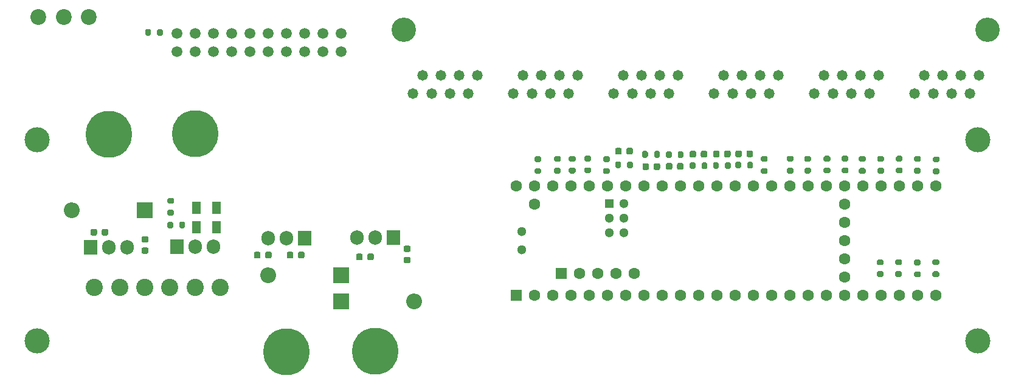
<source format=gbr>
%TF.GenerationSoftware,KiCad,Pcbnew,(5.1.10-1-10_14)*%
%TF.CreationDate,2021-11-09T17:04:18-05:00*%
%TF.ProjectId,TeensyBoardv2,5465656e-7379-4426-9f61-726476322e6b,v01*%
%TF.SameCoordinates,Original*%
%TF.FileFunction,Soldermask,Top*%
%TF.FilePolarity,Negative*%
%FSLAX46Y46*%
G04 Gerber Fmt 4.6, Leading zero omitted, Abs format (unit mm)*
G04 Created by KiCad (PCBNEW (5.1.10-1-10_14)) date 2021-11-09 17:04:18*
%MOMM*%
%LPD*%
G01*
G04 APERTURE LIST*
%ADD10C,1.478000*%
%ADD11C,3.400000*%
%ADD12C,2.200000*%
%ADD13C,1.300000*%
%ADD14C,1.600000*%
%ADD15R,1.300000X1.300000*%
%ADD16R,1.600000X1.600000*%
%ADD17R,2.200000X2.200000*%
%ADD18O,2.200000X2.200000*%
%ADD19R,1.230000X1.710000*%
%ADD20C,1.498600*%
%ADD21C,3.500000*%
%ADD22C,2.400000*%
%ADD23O,1.905000X2.000000*%
%ADD24R,1.905000X2.000000*%
%ADD25O,6.500000X6.500000*%
G04 APERTURE END LIST*
%TO.C,R14*%
G36*
G01*
X241675000Y-115455000D02*
X241125000Y-115455000D01*
G75*
G02*
X240925000Y-115255000I0J200000D01*
G01*
X240925000Y-114855000D01*
G75*
G02*
X241125000Y-114655000I200000J0D01*
G01*
X241675000Y-114655000D01*
G75*
G02*
X241875000Y-114855000I0J-200000D01*
G01*
X241875000Y-115255000D01*
G75*
G02*
X241675000Y-115455000I-200000J0D01*
G01*
G37*
G36*
G01*
X241675000Y-117105000D02*
X241125000Y-117105000D01*
G75*
G02*
X240925000Y-116905000I0J200000D01*
G01*
X240925000Y-116505000D01*
G75*
G02*
X241125000Y-116305000I200000J0D01*
G01*
X241675000Y-116305000D01*
G75*
G02*
X241875000Y-116505000I0J-200000D01*
G01*
X241875000Y-116905000D01*
G75*
G02*
X241675000Y-117105000I-200000J0D01*
G01*
G37*
%TD*%
%TO.C,R21*%
G36*
G01*
X225545000Y-101065000D02*
X224995000Y-101065000D01*
G75*
G02*
X224795000Y-100865000I0J200000D01*
G01*
X224795000Y-100465000D01*
G75*
G02*
X224995000Y-100265000I200000J0D01*
G01*
X225545000Y-100265000D01*
G75*
G02*
X225745000Y-100465000I0J-200000D01*
G01*
X225745000Y-100865000D01*
G75*
G02*
X225545000Y-101065000I-200000J0D01*
G01*
G37*
G36*
G01*
X225545000Y-102715000D02*
X224995000Y-102715000D01*
G75*
G02*
X224795000Y-102515000I0J200000D01*
G01*
X224795000Y-102115000D01*
G75*
G02*
X224995000Y-101915000I200000J0D01*
G01*
X225545000Y-101915000D01*
G75*
G02*
X225745000Y-102115000I0J-200000D01*
G01*
X225745000Y-102515000D01*
G75*
G02*
X225545000Y-102715000I-200000J0D01*
G01*
G37*
%TD*%
%TO.C,R22*%
G36*
G01*
X229145000Y-101025000D02*
X228595000Y-101025000D01*
G75*
G02*
X228395000Y-100825000I0J200000D01*
G01*
X228395000Y-100425000D01*
G75*
G02*
X228595000Y-100225000I200000J0D01*
G01*
X229145000Y-100225000D01*
G75*
G02*
X229345000Y-100425000I0J-200000D01*
G01*
X229345000Y-100825000D01*
G75*
G02*
X229145000Y-101025000I-200000J0D01*
G01*
G37*
G36*
G01*
X229145000Y-102675000D02*
X228595000Y-102675000D01*
G75*
G02*
X228395000Y-102475000I0J200000D01*
G01*
X228395000Y-102075000D01*
G75*
G02*
X228595000Y-101875000I200000J0D01*
G01*
X229145000Y-101875000D01*
G75*
G02*
X229345000Y-102075000I0J-200000D01*
G01*
X229345000Y-102475000D01*
G75*
G02*
X229145000Y-102675000I-200000J0D01*
G01*
G37*
%TD*%
%TO.C,R24*%
G36*
G01*
X234275000Y-101005000D02*
X233725000Y-101005000D01*
G75*
G02*
X233525000Y-100805000I0J200000D01*
G01*
X233525000Y-100405000D01*
G75*
G02*
X233725000Y-100205000I200000J0D01*
G01*
X234275000Y-100205000D01*
G75*
G02*
X234475000Y-100405000I0J-200000D01*
G01*
X234475000Y-100805000D01*
G75*
G02*
X234275000Y-101005000I-200000J0D01*
G01*
G37*
G36*
G01*
X234275000Y-102655000D02*
X233725000Y-102655000D01*
G75*
G02*
X233525000Y-102455000I0J200000D01*
G01*
X233525000Y-102055000D01*
G75*
G02*
X233725000Y-101855000I200000J0D01*
G01*
X234275000Y-101855000D01*
G75*
G02*
X234475000Y-102055000I0J-200000D01*
G01*
X234475000Y-102455000D01*
G75*
G02*
X234275000Y-102655000I-200000J0D01*
G01*
G37*
%TD*%
%TO.C,R28*%
G36*
G01*
X249475000Y-101125000D02*
X248925000Y-101125000D01*
G75*
G02*
X248725000Y-100925000I0J200000D01*
G01*
X248725000Y-100525000D01*
G75*
G02*
X248925000Y-100325000I200000J0D01*
G01*
X249475000Y-100325000D01*
G75*
G02*
X249675000Y-100525000I0J-200000D01*
G01*
X249675000Y-100925000D01*
G75*
G02*
X249475000Y-101125000I-200000J0D01*
G01*
G37*
G36*
G01*
X249475000Y-102775000D02*
X248925000Y-102775000D01*
G75*
G02*
X248725000Y-102575000I0J200000D01*
G01*
X248725000Y-102175000D01*
G75*
G02*
X248925000Y-101975000I200000J0D01*
G01*
X249475000Y-101975000D01*
G75*
G02*
X249675000Y-102175000I0J-200000D01*
G01*
X249675000Y-102575000D01*
G75*
G02*
X249475000Y-102775000I-200000J0D01*
G01*
G37*
%TD*%
%TO.C,R27*%
G36*
G01*
X241755000Y-101045000D02*
X241205000Y-101045000D01*
G75*
G02*
X241005000Y-100845000I0J200000D01*
G01*
X241005000Y-100445000D01*
G75*
G02*
X241205000Y-100245000I200000J0D01*
G01*
X241755000Y-100245000D01*
G75*
G02*
X241955000Y-100445000I0J-200000D01*
G01*
X241955000Y-100845000D01*
G75*
G02*
X241755000Y-101045000I-200000J0D01*
G01*
G37*
G36*
G01*
X241755000Y-102695000D02*
X241205000Y-102695000D01*
G75*
G02*
X241005000Y-102495000I0J200000D01*
G01*
X241005000Y-102095000D01*
G75*
G02*
X241205000Y-101895000I200000J0D01*
G01*
X241755000Y-101895000D01*
G75*
G02*
X241955000Y-102095000I0J-200000D01*
G01*
X241955000Y-102495000D01*
G75*
G02*
X241755000Y-102695000I-200000J0D01*
G01*
G37*
%TD*%
%TO.C,R26*%
G36*
G01*
X239195000Y-101055000D02*
X238645000Y-101055000D01*
G75*
G02*
X238445000Y-100855000I0J200000D01*
G01*
X238445000Y-100455000D01*
G75*
G02*
X238645000Y-100255000I200000J0D01*
G01*
X239195000Y-100255000D01*
G75*
G02*
X239395000Y-100455000I0J-200000D01*
G01*
X239395000Y-100855000D01*
G75*
G02*
X239195000Y-101055000I-200000J0D01*
G01*
G37*
G36*
G01*
X239195000Y-102705000D02*
X238645000Y-102705000D01*
G75*
G02*
X238445000Y-102505000I0J200000D01*
G01*
X238445000Y-102105000D01*
G75*
G02*
X238645000Y-101905000I200000J0D01*
G01*
X239195000Y-101905000D01*
G75*
G02*
X239395000Y-102105000I0J-200000D01*
G01*
X239395000Y-102505000D01*
G75*
G02*
X239195000Y-102705000I-200000J0D01*
G01*
G37*
%TD*%
%TO.C,R25*%
G36*
G01*
X236795000Y-101005000D02*
X236245000Y-101005000D01*
G75*
G02*
X236045000Y-100805000I0J200000D01*
G01*
X236045000Y-100405000D01*
G75*
G02*
X236245000Y-100205000I200000J0D01*
G01*
X236795000Y-100205000D01*
G75*
G02*
X236995000Y-100405000I0J-200000D01*
G01*
X236995000Y-100805000D01*
G75*
G02*
X236795000Y-101005000I-200000J0D01*
G01*
G37*
G36*
G01*
X236795000Y-102655000D02*
X236245000Y-102655000D01*
G75*
G02*
X236045000Y-102455000I0J200000D01*
G01*
X236045000Y-102055000D01*
G75*
G02*
X236245000Y-101855000I200000J0D01*
G01*
X236795000Y-101855000D01*
G75*
G02*
X236995000Y-102055000I0J-200000D01*
G01*
X236995000Y-102455000D01*
G75*
G02*
X236795000Y-102655000I-200000J0D01*
G01*
G37*
%TD*%
%TO.C,R23*%
G36*
G01*
X231585000Y-101025000D02*
X231035000Y-101025000D01*
G75*
G02*
X230835000Y-100825000I0J200000D01*
G01*
X230835000Y-100425000D01*
G75*
G02*
X231035000Y-100225000I200000J0D01*
G01*
X231585000Y-100225000D01*
G75*
G02*
X231785000Y-100425000I0J-200000D01*
G01*
X231785000Y-100825000D01*
G75*
G02*
X231585000Y-101025000I-200000J0D01*
G01*
G37*
G36*
G01*
X231585000Y-102675000D02*
X231035000Y-102675000D01*
G75*
G02*
X230835000Y-102475000I0J200000D01*
G01*
X230835000Y-102075000D01*
G75*
G02*
X231035000Y-101875000I200000J0D01*
G01*
X231585000Y-101875000D01*
G75*
G02*
X231785000Y-102075000I0J-200000D01*
G01*
X231785000Y-102475000D01*
G75*
G02*
X231585000Y-102675000I-200000J0D01*
G01*
G37*
%TD*%
%TO.C,R20*%
G36*
G01*
X203555000Y-101075000D02*
X203005000Y-101075000D01*
G75*
G02*
X202805000Y-100875000I0J200000D01*
G01*
X202805000Y-100475000D01*
G75*
G02*
X203005000Y-100275000I200000J0D01*
G01*
X203555000Y-100275000D01*
G75*
G02*
X203755000Y-100475000I0J-200000D01*
G01*
X203755000Y-100875000D01*
G75*
G02*
X203555000Y-101075000I-200000J0D01*
G01*
G37*
G36*
G01*
X203555000Y-102725000D02*
X203005000Y-102725000D01*
G75*
G02*
X202805000Y-102525000I0J200000D01*
G01*
X202805000Y-102125000D01*
G75*
G02*
X203005000Y-101925000I200000J0D01*
G01*
X203555000Y-101925000D01*
G75*
G02*
X203755000Y-102125000I0J-200000D01*
G01*
X203755000Y-102525000D01*
G75*
G02*
X203555000Y-102725000I-200000J0D01*
G01*
G37*
%TD*%
%TO.C,R19*%
G36*
G01*
X200955000Y-100985000D02*
X200405000Y-100985000D01*
G75*
G02*
X200205000Y-100785000I0J200000D01*
G01*
X200205000Y-100385000D01*
G75*
G02*
X200405000Y-100185000I200000J0D01*
G01*
X200955000Y-100185000D01*
G75*
G02*
X201155000Y-100385000I0J-200000D01*
G01*
X201155000Y-100785000D01*
G75*
G02*
X200955000Y-100985000I-200000J0D01*
G01*
G37*
G36*
G01*
X200955000Y-102635000D02*
X200405000Y-102635000D01*
G75*
G02*
X200205000Y-102435000I0J200000D01*
G01*
X200205000Y-102035000D01*
G75*
G02*
X200405000Y-101835000I200000J0D01*
G01*
X200955000Y-101835000D01*
G75*
G02*
X201155000Y-102035000I0J-200000D01*
G01*
X201155000Y-102435000D01*
G75*
G02*
X200955000Y-102635000I-200000J0D01*
G01*
G37*
%TD*%
%TO.C,R18*%
G36*
G01*
X198805000Y-101035000D02*
X198255000Y-101035000D01*
G75*
G02*
X198055000Y-100835000I0J200000D01*
G01*
X198055000Y-100435000D01*
G75*
G02*
X198255000Y-100235000I200000J0D01*
G01*
X198805000Y-100235000D01*
G75*
G02*
X199005000Y-100435000I0J-200000D01*
G01*
X199005000Y-100835000D01*
G75*
G02*
X198805000Y-101035000I-200000J0D01*
G01*
G37*
G36*
G01*
X198805000Y-102685000D02*
X198255000Y-102685000D01*
G75*
G02*
X198055000Y-102485000I0J200000D01*
G01*
X198055000Y-102085000D01*
G75*
G02*
X198255000Y-101885000I200000J0D01*
G01*
X198805000Y-101885000D01*
G75*
G02*
X199005000Y-102085000I0J-200000D01*
G01*
X199005000Y-102485000D01*
G75*
G02*
X198805000Y-102685000I-200000J0D01*
G01*
G37*
%TD*%
%TO.C,R17*%
G36*
G01*
X196745000Y-101045000D02*
X196195000Y-101045000D01*
G75*
G02*
X195995000Y-100845000I0J200000D01*
G01*
X195995000Y-100445000D01*
G75*
G02*
X196195000Y-100245000I200000J0D01*
G01*
X196745000Y-100245000D01*
G75*
G02*
X196945000Y-100445000I0J-200000D01*
G01*
X196945000Y-100845000D01*
G75*
G02*
X196745000Y-101045000I-200000J0D01*
G01*
G37*
G36*
G01*
X196745000Y-102695000D02*
X196195000Y-102695000D01*
G75*
G02*
X195995000Y-102495000I0J200000D01*
G01*
X195995000Y-102095000D01*
G75*
G02*
X196195000Y-101895000I200000J0D01*
G01*
X196745000Y-101895000D01*
G75*
G02*
X196945000Y-102095000I0J-200000D01*
G01*
X196945000Y-102495000D01*
G75*
G02*
X196745000Y-102695000I-200000J0D01*
G01*
G37*
%TD*%
%TO.C,R16*%
G36*
G01*
X246875000Y-115475000D02*
X246325000Y-115475000D01*
G75*
G02*
X246125000Y-115275000I0J200000D01*
G01*
X246125000Y-114875000D01*
G75*
G02*
X246325000Y-114675000I200000J0D01*
G01*
X246875000Y-114675000D01*
G75*
G02*
X247075000Y-114875000I0J-200000D01*
G01*
X247075000Y-115275000D01*
G75*
G02*
X246875000Y-115475000I-200000J0D01*
G01*
G37*
G36*
G01*
X246875000Y-117125000D02*
X246325000Y-117125000D01*
G75*
G02*
X246125000Y-116925000I0J200000D01*
G01*
X246125000Y-116525000D01*
G75*
G02*
X246325000Y-116325000I200000J0D01*
G01*
X246875000Y-116325000D01*
G75*
G02*
X247075000Y-116525000I0J-200000D01*
G01*
X247075000Y-116925000D01*
G75*
G02*
X246875000Y-117125000I-200000J0D01*
G01*
G37*
%TD*%
%TO.C,R15*%
G36*
G01*
X244255000Y-115445000D02*
X243705000Y-115445000D01*
G75*
G02*
X243505000Y-115245000I0J200000D01*
G01*
X243505000Y-114845000D01*
G75*
G02*
X243705000Y-114645000I200000J0D01*
G01*
X244255000Y-114645000D01*
G75*
G02*
X244455000Y-114845000I0J-200000D01*
G01*
X244455000Y-115245000D01*
G75*
G02*
X244255000Y-115445000I-200000J0D01*
G01*
G37*
G36*
G01*
X244255000Y-117095000D02*
X243705000Y-117095000D01*
G75*
G02*
X243505000Y-116895000I0J200000D01*
G01*
X243505000Y-116495000D01*
G75*
G02*
X243705000Y-116295000I200000J0D01*
G01*
X244255000Y-116295000D01*
G75*
G02*
X244455000Y-116495000I0J-200000D01*
G01*
X244455000Y-116895000D01*
G75*
G02*
X244255000Y-117095000I-200000J0D01*
G01*
G37*
%TD*%
D10*
%TO.C,P1*%
X182751000Y-89000000D03*
X180211000Y-89000000D03*
X177671000Y-89000000D03*
X181481000Y-91540000D03*
X184021000Y-91540000D03*
X178941000Y-91540000D03*
X176365000Y-91540000D03*
X185291000Y-89000000D03*
X199261000Y-89000000D03*
X191641000Y-89000000D03*
X196721000Y-89000000D03*
X195451000Y-91540000D03*
X190335000Y-91540000D03*
X194181000Y-89000000D03*
X192911000Y-91540000D03*
X197991000Y-91540000D03*
X213231000Y-89000000D03*
X205611000Y-89000000D03*
X210691000Y-89000000D03*
X209421000Y-91540000D03*
X204305000Y-91540000D03*
X208151000Y-89000000D03*
X206881000Y-91540000D03*
X211961000Y-91540000D03*
X220851000Y-91540000D03*
X219581000Y-89000000D03*
X218275000Y-91540000D03*
X224661000Y-89000000D03*
X222121000Y-89000000D03*
X227201000Y-89000000D03*
X223391000Y-91540000D03*
X225931000Y-91540000D03*
X239901000Y-91540000D03*
X238631000Y-89000000D03*
X236091000Y-89000000D03*
X241171000Y-89000000D03*
X237361000Y-91540000D03*
X234821000Y-91540000D03*
X233551000Y-89000000D03*
X232245000Y-91540000D03*
X255141000Y-89000000D03*
X251331000Y-91540000D03*
D11*
X256375000Y-82650000D03*
X175095000Y-82650000D03*
D10*
X248791000Y-91540000D03*
X247521000Y-89000000D03*
X246215000Y-91540000D03*
X253871000Y-91540000D03*
X252601000Y-89000000D03*
X250061000Y-89000000D03*
%TD*%
D12*
%TO.C,U7*%
X131230000Y-80850000D03*
X127730000Y-80850000D03*
X124230000Y-80850000D03*
%TD*%
%TO.C,R11*%
G36*
G01*
X249435000Y-115455000D02*
X248885000Y-115455000D01*
G75*
G02*
X248685000Y-115255000I0J200000D01*
G01*
X248685000Y-114855000D01*
G75*
G02*
X248885000Y-114655000I200000J0D01*
G01*
X249435000Y-114655000D01*
G75*
G02*
X249635000Y-114855000I0J-200000D01*
G01*
X249635000Y-115255000D01*
G75*
G02*
X249435000Y-115455000I-200000J0D01*
G01*
G37*
G36*
G01*
X249435000Y-117105000D02*
X248885000Y-117105000D01*
G75*
G02*
X248685000Y-116905000I0J200000D01*
G01*
X248685000Y-116505000D01*
G75*
G02*
X248885000Y-116305000I200000J0D01*
G01*
X249435000Y-116305000D01*
G75*
G02*
X249635000Y-116505000I0J-200000D01*
G01*
X249635000Y-116905000D01*
G75*
G02*
X249435000Y-117105000I-200000J0D01*
G01*
G37*
%TD*%
D13*
%TO.C,U1*%
X191464000Y-110800000D03*
X191464000Y-113340000D03*
D14*
X236454000Y-106990000D03*
X236454000Y-109530000D03*
X236454000Y-112070000D03*
X236454000Y-114610000D03*
X236454000Y-117150000D03*
D13*
X203704000Y-110888400D03*
X205704000Y-110888400D03*
X205704000Y-108888400D03*
X203704000Y-108888400D03*
X205704000Y-106888400D03*
D15*
X203704000Y-106888400D03*
D14*
X231374000Y-119690000D03*
X233914000Y-119690000D03*
X236454000Y-119690000D03*
X238994000Y-119690000D03*
X228834000Y-119690000D03*
X226294000Y-119690000D03*
X223754000Y-119690000D03*
X241534000Y-119690000D03*
X244074000Y-119690000D03*
X246614000Y-119690000D03*
X249154000Y-119690000D03*
X249154000Y-104450000D03*
X246614000Y-104450000D03*
X244074000Y-104450000D03*
X241534000Y-104450000D03*
X238994000Y-104450000D03*
X236454000Y-104450000D03*
X233914000Y-104450000D03*
X231374000Y-104450000D03*
X228834000Y-104450000D03*
X226294000Y-104450000D03*
X221214000Y-119690000D03*
X218674000Y-119690000D03*
X216134000Y-119690000D03*
X213594000Y-119690000D03*
X211054000Y-119690000D03*
X208514000Y-119690000D03*
X205974000Y-119690000D03*
X203434000Y-119690000D03*
X200894000Y-119690000D03*
X198354000Y-119690000D03*
X195814000Y-119690000D03*
X193274000Y-119690000D03*
D16*
X190734000Y-119690000D03*
D14*
X223754000Y-104450000D03*
X221214000Y-104450000D03*
X218674000Y-104450000D03*
X216134000Y-104450000D03*
X213594000Y-104450000D03*
X211054000Y-104450000D03*
X208514000Y-104450000D03*
X205974000Y-104450000D03*
X203434000Y-104450000D03*
X200894000Y-104450000D03*
X198354000Y-104450000D03*
X195814000Y-104450000D03*
X193274000Y-104450000D03*
X190734000Y-104450000D03*
D16*
X197033200Y-116639200D03*
D14*
X199573200Y-116639200D03*
X202113200Y-116639200D03*
X204653200Y-116639200D03*
X207193200Y-116639200D03*
X193274000Y-106990000D03*
%TD*%
%TO.C,R5*%
G36*
G01*
X194015000Y-102735000D02*
X193465000Y-102735000D01*
G75*
G02*
X193265000Y-102535000I0J200000D01*
G01*
X193265000Y-102135000D01*
G75*
G02*
X193465000Y-101935000I200000J0D01*
G01*
X194015000Y-101935000D01*
G75*
G02*
X194215000Y-102135000I0J-200000D01*
G01*
X194215000Y-102535000D01*
G75*
G02*
X194015000Y-102735000I-200000J0D01*
G01*
G37*
G36*
G01*
X194015000Y-101085000D02*
X193465000Y-101085000D01*
G75*
G02*
X193265000Y-100885000I0J200000D01*
G01*
X193265000Y-100485000D01*
G75*
G02*
X193465000Y-100285000I200000J0D01*
G01*
X194015000Y-100285000D01*
G75*
G02*
X194215000Y-100485000I0J-200000D01*
G01*
X194215000Y-100885000D01*
G75*
G02*
X194015000Y-101085000I-200000J0D01*
G01*
G37*
%TD*%
%TO.C,R6*%
G36*
G01*
X139865000Y-82725000D02*
X139865000Y-83275000D01*
G75*
G02*
X139665000Y-83475000I-200000J0D01*
G01*
X139265000Y-83475000D01*
G75*
G02*
X139065000Y-83275000I0J200000D01*
G01*
X139065000Y-82725000D01*
G75*
G02*
X139265000Y-82525000I200000J0D01*
G01*
X139665000Y-82525000D01*
G75*
G02*
X139865000Y-82725000I0J-200000D01*
G01*
G37*
G36*
G01*
X141515000Y-82725000D02*
X141515000Y-83275000D01*
G75*
G02*
X141315000Y-83475000I-200000J0D01*
G01*
X140915000Y-83475000D01*
G75*
G02*
X140715000Y-83275000I0J200000D01*
G01*
X140715000Y-82725000D01*
G75*
G02*
X140915000Y-82525000I200000J0D01*
G01*
X141315000Y-82525000D01*
G75*
G02*
X141515000Y-82725000I0J-200000D01*
G01*
G37*
%TD*%
%TO.C,C4*%
G36*
G01*
X175792000Y-113625000D02*
X175292000Y-113625000D01*
G75*
G02*
X175067000Y-113400000I0J225000D01*
G01*
X175067000Y-112950000D01*
G75*
G02*
X175292000Y-112725000I225000J0D01*
G01*
X175792000Y-112725000D01*
G75*
G02*
X176017000Y-112950000I0J-225000D01*
G01*
X176017000Y-113400000D01*
G75*
G02*
X175792000Y-113625000I-225000J0D01*
G01*
G37*
G36*
G01*
X175792000Y-115175000D02*
X175292000Y-115175000D01*
G75*
G02*
X175067000Y-114950000I0J225000D01*
G01*
X175067000Y-114500000D01*
G75*
G02*
X175292000Y-114275000I225000J0D01*
G01*
X175792000Y-114275000D01*
G75*
G02*
X176017000Y-114500000I0J-225000D01*
G01*
X176017000Y-114950000D01*
G75*
G02*
X175792000Y-115175000I-225000J0D01*
G01*
G37*
%TD*%
%TO.C,C1*%
G36*
G01*
X169347000Y-114050000D02*
X169347000Y-114550000D01*
G75*
G02*
X169122000Y-114775000I-225000J0D01*
G01*
X168672000Y-114775000D01*
G75*
G02*
X168447000Y-114550000I0J225000D01*
G01*
X168447000Y-114050000D01*
G75*
G02*
X168672000Y-113825000I225000J0D01*
G01*
X169122000Y-113825000D01*
G75*
G02*
X169347000Y-114050000I0J-225000D01*
G01*
G37*
G36*
G01*
X170897000Y-114050000D02*
X170897000Y-114550000D01*
G75*
G02*
X170672000Y-114775000I-225000J0D01*
G01*
X170222000Y-114775000D01*
G75*
G02*
X169997000Y-114550000I0J225000D01*
G01*
X169997000Y-114050000D01*
G75*
G02*
X170222000Y-113825000I225000J0D01*
G01*
X170672000Y-113825000D01*
G75*
G02*
X170897000Y-114050000I0J-225000D01*
G01*
G37*
%TD*%
D17*
%TO.C,D2*%
X166320000Y-120494000D03*
D18*
X176480000Y-120494000D03*
%TD*%
D19*
%TO.C,C6*%
X148972000Y-110186000D03*
X148972000Y-107486000D03*
%TD*%
%TO.C,C8*%
X146178000Y-107486000D03*
X146178000Y-110186000D03*
%TD*%
%TO.C,C2*%
G36*
G01*
X155123000Y-113796000D02*
X155123000Y-114296000D01*
G75*
G02*
X154898000Y-114521000I-225000J0D01*
G01*
X154448000Y-114521000D01*
G75*
G02*
X154223000Y-114296000I0J225000D01*
G01*
X154223000Y-113796000D01*
G75*
G02*
X154448000Y-113571000I225000J0D01*
G01*
X154898000Y-113571000D01*
G75*
G02*
X155123000Y-113796000I0J-225000D01*
G01*
G37*
G36*
G01*
X156673000Y-113796000D02*
X156673000Y-114296000D01*
G75*
G02*
X156448000Y-114521000I-225000J0D01*
G01*
X155998000Y-114521000D01*
G75*
G02*
X155773000Y-114296000I0J225000D01*
G01*
X155773000Y-113796000D01*
G75*
G02*
X155998000Y-113571000I225000J0D01*
G01*
X156448000Y-113571000D01*
G75*
G02*
X156673000Y-113796000I0J-225000D01*
G01*
G37*
%TD*%
%TO.C,C5*%
G36*
G01*
X160345000Y-114296000D02*
X160345000Y-113796000D01*
G75*
G02*
X160570000Y-113571000I225000J0D01*
G01*
X161020000Y-113571000D01*
G75*
G02*
X161245000Y-113796000I0J-225000D01*
G01*
X161245000Y-114296000D01*
G75*
G02*
X161020000Y-114521000I-225000J0D01*
G01*
X160570000Y-114521000D01*
G75*
G02*
X160345000Y-114296000I0J225000D01*
G01*
G37*
G36*
G01*
X158795000Y-114296000D02*
X158795000Y-113796000D01*
G75*
G02*
X159020000Y-113571000I225000J0D01*
G01*
X159470000Y-113571000D01*
G75*
G02*
X159695000Y-113796000I0J-225000D01*
G01*
X159695000Y-114296000D01*
G75*
G02*
X159470000Y-114521000I-225000J0D01*
G01*
X159020000Y-114521000D01*
G75*
G02*
X158795000Y-114296000I0J225000D01*
G01*
G37*
%TD*%
D18*
%TO.C,D1*%
X156210000Y-116840000D03*
D17*
X166370000Y-116840000D03*
%TD*%
%TO.C,R2*%
G36*
G01*
X142347000Y-107737000D02*
X142897000Y-107737000D01*
G75*
G02*
X143097000Y-107937000I0J-200000D01*
G01*
X143097000Y-108337000D01*
G75*
G02*
X142897000Y-108537000I-200000J0D01*
G01*
X142347000Y-108537000D01*
G75*
G02*
X142147000Y-108337000I0J200000D01*
G01*
X142147000Y-107937000D01*
G75*
G02*
X142347000Y-107737000I200000J0D01*
G01*
G37*
G36*
G01*
X142347000Y-106087000D02*
X142897000Y-106087000D01*
G75*
G02*
X143097000Y-106287000I0J-200000D01*
G01*
X143097000Y-106687000D01*
G75*
G02*
X142897000Y-106887000I-200000J0D01*
G01*
X142347000Y-106887000D01*
G75*
G02*
X142147000Y-106687000I0J200000D01*
G01*
X142147000Y-106287000D01*
G75*
G02*
X142347000Y-106087000I200000J0D01*
G01*
G37*
%TD*%
%TO.C,R4*%
G36*
G01*
X144609000Y-109577000D02*
X144609000Y-110127000D01*
G75*
G02*
X144409000Y-110327000I-200000J0D01*
G01*
X144009000Y-110327000D01*
G75*
G02*
X143809000Y-110127000I0J200000D01*
G01*
X143809000Y-109577000D01*
G75*
G02*
X144009000Y-109377000I200000J0D01*
G01*
X144409000Y-109377000D01*
G75*
G02*
X144609000Y-109577000I0J-200000D01*
G01*
G37*
G36*
G01*
X142959000Y-109577000D02*
X142959000Y-110127000D01*
G75*
G02*
X142759000Y-110327000I-200000J0D01*
G01*
X142359000Y-110327000D01*
G75*
G02*
X142159000Y-110127000I0J200000D01*
G01*
X142159000Y-109577000D01*
G75*
G02*
X142359000Y-109377000I200000J0D01*
G01*
X142759000Y-109377000D01*
G75*
G02*
X142959000Y-109577000I0J-200000D01*
G01*
G37*
%TD*%
%TO.C,C3*%
G36*
G01*
X204515000Y-99818000D02*
X204515000Y-99318000D01*
G75*
G02*
X204740000Y-99093000I225000J0D01*
G01*
X205190000Y-99093000D01*
G75*
G02*
X205415000Y-99318000I0J-225000D01*
G01*
X205415000Y-99818000D01*
G75*
G02*
X205190000Y-100043000I-225000J0D01*
G01*
X204740000Y-100043000D01*
G75*
G02*
X204515000Y-99818000I0J225000D01*
G01*
G37*
G36*
G01*
X206065000Y-99818000D02*
X206065000Y-99318000D01*
G75*
G02*
X206290000Y-99093000I225000J0D01*
G01*
X206740000Y-99093000D01*
G75*
G02*
X206965000Y-99318000I0J-225000D01*
G01*
X206965000Y-99818000D01*
G75*
G02*
X206740000Y-100043000I-225000J0D01*
G01*
X206290000Y-100043000D01*
G75*
G02*
X206065000Y-99818000I0J225000D01*
G01*
G37*
%TD*%
%TO.C,C7*%
G36*
G01*
X222139000Y-99688000D02*
X222139000Y-100188000D01*
G75*
G02*
X221914000Y-100413000I-225000J0D01*
G01*
X221464000Y-100413000D01*
G75*
G02*
X221239000Y-100188000I0J225000D01*
G01*
X221239000Y-99688000D01*
G75*
G02*
X221464000Y-99463000I225000J0D01*
G01*
X221914000Y-99463000D01*
G75*
G02*
X222139000Y-99688000I0J-225000D01*
G01*
G37*
G36*
G01*
X223689000Y-99688000D02*
X223689000Y-100188000D01*
G75*
G02*
X223464000Y-100413000I-225000J0D01*
G01*
X223014000Y-100413000D01*
G75*
G02*
X222789000Y-100188000I0J225000D01*
G01*
X222789000Y-99688000D01*
G75*
G02*
X223014000Y-99463000I225000J0D01*
G01*
X223464000Y-99463000D01*
G75*
G02*
X223689000Y-99688000I0J-225000D01*
G01*
G37*
%TD*%
%TO.C,C9*%
G36*
G01*
X210761000Y-101468000D02*
X210761000Y-101968000D01*
G75*
G02*
X210536000Y-102193000I-225000J0D01*
G01*
X210086000Y-102193000D01*
G75*
G02*
X209861000Y-101968000I0J225000D01*
G01*
X209861000Y-101468000D01*
G75*
G02*
X210086000Y-101243000I225000J0D01*
G01*
X210536000Y-101243000D01*
G75*
G02*
X210761000Y-101468000I0J-225000D01*
G01*
G37*
G36*
G01*
X209211000Y-101468000D02*
X209211000Y-101968000D01*
G75*
G02*
X208986000Y-102193000I-225000J0D01*
G01*
X208536000Y-102193000D01*
G75*
G02*
X208311000Y-101968000I0J225000D01*
G01*
X208311000Y-101468000D01*
G75*
G02*
X208536000Y-101243000I225000J0D01*
G01*
X208986000Y-101243000D01*
G75*
G02*
X209211000Y-101468000I0J-225000D01*
G01*
G37*
%TD*%
%TO.C,C10*%
G36*
G01*
X219031000Y-99708000D02*
X219031000Y-100208000D01*
G75*
G02*
X218806000Y-100433000I-225000J0D01*
G01*
X218356000Y-100433000D01*
G75*
G02*
X218131000Y-100208000I0J225000D01*
G01*
X218131000Y-99708000D01*
G75*
G02*
X218356000Y-99483000I225000J0D01*
G01*
X218806000Y-99483000D01*
G75*
G02*
X219031000Y-99708000I0J-225000D01*
G01*
G37*
G36*
G01*
X220581000Y-99708000D02*
X220581000Y-100208000D01*
G75*
G02*
X220356000Y-100433000I-225000J0D01*
G01*
X219906000Y-100433000D01*
G75*
G02*
X219681000Y-100208000I0J225000D01*
G01*
X219681000Y-99708000D01*
G75*
G02*
X219906000Y-99483000I225000J0D01*
G01*
X220356000Y-99483000D01*
G75*
G02*
X220581000Y-99708000I0J-225000D01*
G01*
G37*
%TD*%
%TO.C,C11*%
G36*
G01*
X214023000Y-101438000D02*
X214023000Y-101938000D01*
G75*
G02*
X213798000Y-102163000I-225000J0D01*
G01*
X213348000Y-102163000D01*
G75*
G02*
X213123000Y-101938000I0J225000D01*
G01*
X213123000Y-101438000D01*
G75*
G02*
X213348000Y-101213000I225000J0D01*
G01*
X213798000Y-101213000D01*
G75*
G02*
X214023000Y-101438000I0J-225000D01*
G01*
G37*
G36*
G01*
X212473000Y-101438000D02*
X212473000Y-101938000D01*
G75*
G02*
X212248000Y-102163000I-225000J0D01*
G01*
X211798000Y-102163000D01*
G75*
G02*
X211573000Y-101938000I0J225000D01*
G01*
X211573000Y-101438000D01*
G75*
G02*
X211798000Y-101213000I225000J0D01*
G01*
X212248000Y-101213000D01*
G75*
G02*
X212473000Y-101438000I0J-225000D01*
G01*
G37*
%TD*%
%TO.C,C12*%
G36*
G01*
X216429000Y-100238000D02*
X216429000Y-99738000D01*
G75*
G02*
X216654000Y-99513000I225000J0D01*
G01*
X217104000Y-99513000D01*
G75*
G02*
X217329000Y-99738000I0J-225000D01*
G01*
X217329000Y-100238000D01*
G75*
G02*
X217104000Y-100463000I-225000J0D01*
G01*
X216654000Y-100463000D01*
G75*
G02*
X216429000Y-100238000I0J225000D01*
G01*
G37*
G36*
G01*
X214879000Y-100238000D02*
X214879000Y-99738000D01*
G75*
G02*
X215104000Y-99513000I225000J0D01*
G01*
X215554000Y-99513000D01*
G75*
G02*
X215779000Y-99738000I0J-225000D01*
G01*
X215779000Y-100238000D01*
G75*
G02*
X215554000Y-100463000I-225000J0D01*
G01*
X215104000Y-100463000D01*
G75*
G02*
X214879000Y-100238000I0J225000D01*
G01*
G37*
%TD*%
%TO.C,R1*%
G36*
G01*
X206965000Y-101195000D02*
X206965000Y-101745000D01*
G75*
G02*
X206765000Y-101945000I-200000J0D01*
G01*
X206365000Y-101945000D01*
G75*
G02*
X206165000Y-101745000I0J200000D01*
G01*
X206165000Y-101195000D01*
G75*
G02*
X206365000Y-100995000I200000J0D01*
G01*
X206765000Y-100995000D01*
G75*
G02*
X206965000Y-101195000I0J-200000D01*
G01*
G37*
G36*
G01*
X205315000Y-101195000D02*
X205315000Y-101745000D01*
G75*
G02*
X205115000Y-101945000I-200000J0D01*
G01*
X204715000Y-101945000D01*
G75*
G02*
X204515000Y-101745000I0J200000D01*
G01*
X204515000Y-101195000D01*
G75*
G02*
X204715000Y-100995000I200000J0D01*
G01*
X205115000Y-100995000D01*
G75*
G02*
X205315000Y-101195000I0J-200000D01*
G01*
G37*
%TD*%
%TO.C,R3*%
G36*
G01*
X209931000Y-100283000D02*
X209931000Y-99733000D01*
G75*
G02*
X210131000Y-99533000I200000J0D01*
G01*
X210531000Y-99533000D01*
G75*
G02*
X210731000Y-99733000I0J-200000D01*
G01*
X210731000Y-100283000D01*
G75*
G02*
X210531000Y-100483000I-200000J0D01*
G01*
X210131000Y-100483000D01*
G75*
G02*
X209931000Y-100283000I0J200000D01*
G01*
G37*
G36*
G01*
X208281000Y-100283000D02*
X208281000Y-99733000D01*
G75*
G02*
X208481000Y-99533000I200000J0D01*
G01*
X208881000Y-99533000D01*
G75*
G02*
X209081000Y-99733000I0J-200000D01*
G01*
X209081000Y-100283000D01*
G75*
G02*
X208881000Y-100483000I-200000J0D01*
G01*
X208481000Y-100483000D01*
G75*
G02*
X208281000Y-100283000I0J200000D01*
G01*
G37*
%TD*%
%TO.C,R7*%
G36*
G01*
X222899000Y-101793000D02*
X222899000Y-101243000D01*
G75*
G02*
X223099000Y-101043000I200000J0D01*
G01*
X223499000Y-101043000D01*
G75*
G02*
X223699000Y-101243000I0J-200000D01*
G01*
X223699000Y-101793000D01*
G75*
G02*
X223499000Y-101993000I-200000J0D01*
G01*
X223099000Y-101993000D01*
G75*
G02*
X222899000Y-101793000I0J200000D01*
G01*
G37*
G36*
G01*
X221249000Y-101793000D02*
X221249000Y-101243000D01*
G75*
G02*
X221449000Y-101043000I200000J0D01*
G01*
X221849000Y-101043000D01*
G75*
G02*
X222049000Y-101243000I0J-200000D01*
G01*
X222049000Y-101793000D01*
G75*
G02*
X221849000Y-101993000I-200000J0D01*
G01*
X221449000Y-101993000D01*
G75*
G02*
X221249000Y-101793000I0J200000D01*
G01*
G37*
%TD*%
%TO.C,R8*%
G36*
G01*
X211573000Y-100333000D02*
X211573000Y-99783000D01*
G75*
G02*
X211773000Y-99583000I200000J0D01*
G01*
X212173000Y-99583000D01*
G75*
G02*
X212373000Y-99783000I0J-200000D01*
G01*
X212373000Y-100333000D01*
G75*
G02*
X212173000Y-100533000I-200000J0D01*
G01*
X211773000Y-100533000D01*
G75*
G02*
X211573000Y-100333000I0J200000D01*
G01*
G37*
G36*
G01*
X213223000Y-100333000D02*
X213223000Y-99783000D01*
G75*
G02*
X213423000Y-99583000I200000J0D01*
G01*
X213823000Y-99583000D01*
G75*
G02*
X214023000Y-99783000I0J-200000D01*
G01*
X214023000Y-100333000D01*
G75*
G02*
X213823000Y-100533000I-200000J0D01*
G01*
X213423000Y-100533000D01*
G75*
G02*
X213223000Y-100333000I0J200000D01*
G01*
G37*
%TD*%
%TO.C,R9*%
G36*
G01*
X218131000Y-101833000D02*
X218131000Y-101283000D01*
G75*
G02*
X218331000Y-101083000I200000J0D01*
G01*
X218731000Y-101083000D01*
G75*
G02*
X218931000Y-101283000I0J-200000D01*
G01*
X218931000Y-101833000D01*
G75*
G02*
X218731000Y-102033000I-200000J0D01*
G01*
X218331000Y-102033000D01*
G75*
G02*
X218131000Y-101833000I0J200000D01*
G01*
G37*
G36*
G01*
X219781000Y-101833000D02*
X219781000Y-101283000D01*
G75*
G02*
X219981000Y-101083000I200000J0D01*
G01*
X220381000Y-101083000D01*
G75*
G02*
X220581000Y-101283000I0J-200000D01*
G01*
X220581000Y-101833000D01*
G75*
G02*
X220381000Y-102033000I-200000J0D01*
G01*
X219981000Y-102033000D01*
G75*
G02*
X219781000Y-101833000I0J200000D01*
G01*
G37*
%TD*%
%TO.C,R10*%
G36*
G01*
X215689000Y-101303000D02*
X215689000Y-101853000D01*
G75*
G02*
X215489000Y-102053000I-200000J0D01*
G01*
X215089000Y-102053000D01*
G75*
G02*
X214889000Y-101853000I0J200000D01*
G01*
X214889000Y-101303000D01*
G75*
G02*
X215089000Y-101103000I200000J0D01*
G01*
X215489000Y-101103000D01*
G75*
G02*
X215689000Y-101303000I0J-200000D01*
G01*
G37*
G36*
G01*
X217339000Y-101303000D02*
X217339000Y-101853000D01*
G75*
G02*
X217139000Y-102053000I-200000J0D01*
G01*
X216739000Y-102053000D01*
G75*
G02*
X216539000Y-101853000I0J200000D01*
G01*
X216539000Y-101303000D01*
G75*
G02*
X216739000Y-101103000I200000J0D01*
G01*
X217139000Y-101103000D01*
G75*
G02*
X217339000Y-101303000I0J-200000D01*
G01*
G37*
%TD*%
%TO.C,D3*%
X139042000Y-107820000D03*
D18*
X128882000Y-107820000D03*
%TD*%
%TO.C,R12*%
G36*
G01*
X246865000Y-102685000D02*
X246315000Y-102685000D01*
G75*
G02*
X246115000Y-102485000I0J200000D01*
G01*
X246115000Y-102085000D01*
G75*
G02*
X246315000Y-101885000I200000J0D01*
G01*
X246865000Y-101885000D01*
G75*
G02*
X247065000Y-102085000I0J-200000D01*
G01*
X247065000Y-102485000D01*
G75*
G02*
X246865000Y-102685000I-200000J0D01*
G01*
G37*
G36*
G01*
X246865000Y-101035000D02*
X246315000Y-101035000D01*
G75*
G02*
X246115000Y-100835000I0J200000D01*
G01*
X246115000Y-100435000D01*
G75*
G02*
X246315000Y-100235000I200000J0D01*
G01*
X246865000Y-100235000D01*
G75*
G02*
X247065000Y-100435000I0J-200000D01*
G01*
X247065000Y-100835000D01*
G75*
G02*
X246865000Y-101035000I-200000J0D01*
G01*
G37*
%TD*%
%TO.C,R13*%
G36*
G01*
X244335000Y-102665000D02*
X243785000Y-102665000D01*
G75*
G02*
X243585000Y-102465000I0J200000D01*
G01*
X243585000Y-102065000D01*
G75*
G02*
X243785000Y-101865000I200000J0D01*
G01*
X244335000Y-101865000D01*
G75*
G02*
X244535000Y-102065000I0J-200000D01*
G01*
X244535000Y-102465000D01*
G75*
G02*
X244335000Y-102665000I-200000J0D01*
G01*
G37*
G36*
G01*
X244335000Y-101015000D02*
X243785000Y-101015000D01*
G75*
G02*
X243585000Y-100815000I0J200000D01*
G01*
X243585000Y-100415000D01*
G75*
G02*
X243785000Y-100215000I200000J0D01*
G01*
X244335000Y-100215000D01*
G75*
G02*
X244535000Y-100415000I0J-200000D01*
G01*
X244535000Y-100815000D01*
G75*
G02*
X244335000Y-101015000I-200000J0D01*
G01*
G37*
%TD*%
%TO.C,C13*%
G36*
G01*
X139292000Y-112321000D02*
X138792000Y-112321000D01*
G75*
G02*
X138567000Y-112096000I0J225000D01*
G01*
X138567000Y-111646000D01*
G75*
G02*
X138792000Y-111421000I225000J0D01*
G01*
X139292000Y-111421000D01*
G75*
G02*
X139517000Y-111646000I0J-225000D01*
G01*
X139517000Y-112096000D01*
G75*
G02*
X139292000Y-112321000I-225000J0D01*
G01*
G37*
G36*
G01*
X139292000Y-113871000D02*
X138792000Y-113871000D01*
G75*
G02*
X138567000Y-113646000I0J225000D01*
G01*
X138567000Y-113196000D01*
G75*
G02*
X138792000Y-112971000I225000J0D01*
G01*
X139292000Y-112971000D01*
G75*
G02*
X139517000Y-113196000I0J-225000D01*
G01*
X139517000Y-113646000D01*
G75*
G02*
X139292000Y-113871000I-225000J0D01*
G01*
G37*
%TD*%
%TO.C,C14*%
G36*
G01*
X131467000Y-111118000D02*
X131467000Y-110618000D01*
G75*
G02*
X131692000Y-110393000I225000J0D01*
G01*
X132142000Y-110393000D01*
G75*
G02*
X132367000Y-110618000I0J-225000D01*
G01*
X132367000Y-111118000D01*
G75*
G02*
X132142000Y-111343000I-225000J0D01*
G01*
X131692000Y-111343000D01*
G75*
G02*
X131467000Y-111118000I0J225000D01*
G01*
G37*
G36*
G01*
X133017000Y-111118000D02*
X133017000Y-110618000D01*
G75*
G02*
X133242000Y-110393000I225000J0D01*
G01*
X133692000Y-110393000D01*
G75*
G02*
X133917000Y-110618000I0J-225000D01*
G01*
X133917000Y-111118000D01*
G75*
G02*
X133692000Y-111343000I-225000J0D01*
G01*
X133242000Y-111343000D01*
G75*
G02*
X133017000Y-111118000I0J225000D01*
G01*
G37*
%TD*%
D20*
%TO.C,J1*%
X143510000Y-83140000D03*
X143510000Y-85680000D03*
X146050000Y-83140000D03*
X146050000Y-85680000D03*
X148590000Y-83140000D03*
X148590000Y-85680000D03*
X151130000Y-83140000D03*
X151130000Y-85680000D03*
X153670000Y-83140000D03*
X153670000Y-85680000D03*
X156210000Y-83140000D03*
X156210000Y-85680000D03*
X158750000Y-83140000D03*
X158750000Y-85680000D03*
X161290000Y-83140000D03*
X161290000Y-85680000D03*
X163830000Y-83140000D03*
X163830000Y-85680000D03*
X166370000Y-83140000D03*
X166370000Y-85680000D03*
%TD*%
D21*
%TO.C,H1*%
X124000000Y-126000000D03*
%TD*%
%TO.C,H2*%
X255000000Y-98000000D03*
%TD*%
%TO.C,H3*%
X124000000Y-98000000D03*
%TD*%
%TO.C,H4*%
X255000000Y-126000000D03*
%TD*%
D22*
%TO.C,U5*%
X132010000Y-118550000D03*
X135510000Y-118550000D03*
X139010000Y-118550000D03*
X142510000Y-118550000D03*
X146010000Y-118550000D03*
X149510000Y-118550000D03*
%TD*%
D23*
%TO.C,U2*%
X168536920Y-111634340D03*
X171076920Y-111634340D03*
D24*
X173616920Y-111634340D03*
D25*
X171076920Y-127434340D03*
%TD*%
D23*
%TO.C,U3*%
X156204920Y-111686340D03*
X158744920Y-111686340D03*
D24*
X161284920Y-111686340D03*
D25*
X158744920Y-127486340D03*
%TD*%
%TO.C,U4*%
X133967080Y-97173660D03*
D24*
X131427080Y-112973660D03*
D23*
X133967080Y-112973660D03*
X136507080Y-112973660D03*
%TD*%
D25*
%TO.C,U6*%
X146003080Y-97109660D03*
D24*
X143463080Y-112909660D03*
D23*
X146003080Y-112909660D03*
X148543080Y-112909660D03*
%TD*%
M02*

</source>
